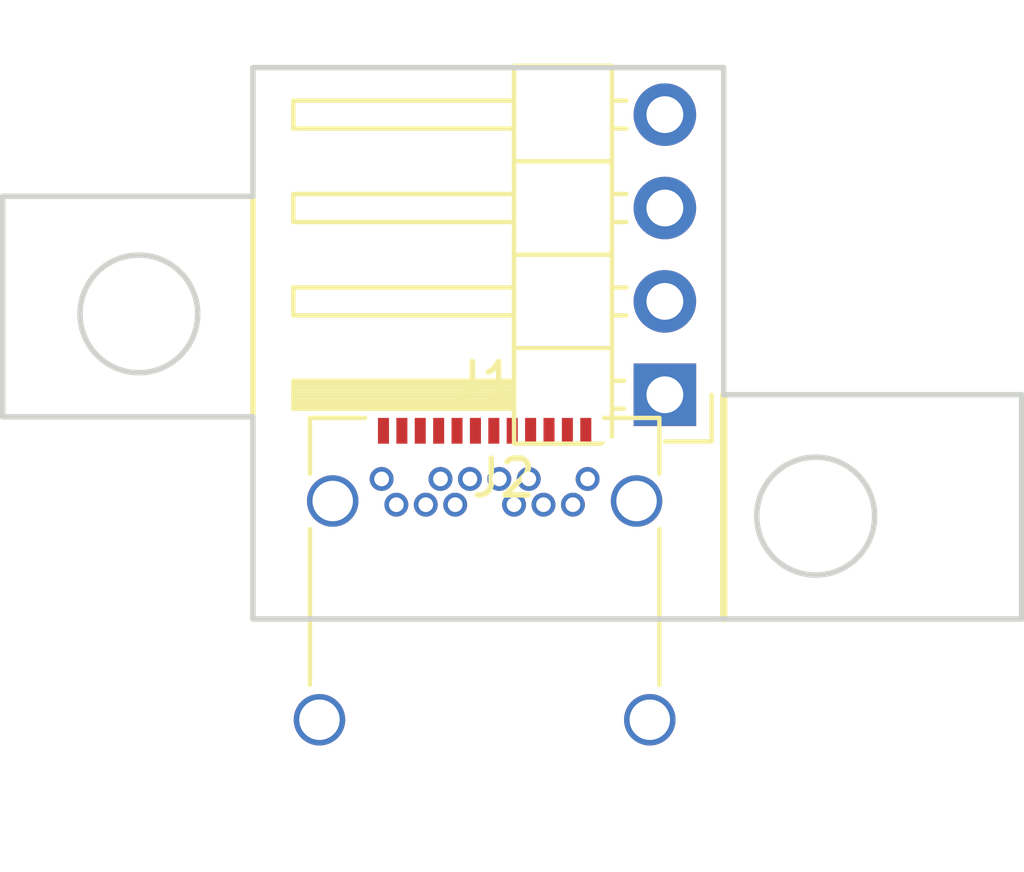
<source format=kicad_pcb>
(kicad_pcb (version 20171130) (host pcbnew "(5.0.1)-3")

  (general
    (thickness 1.6)
    (drawings 15)
    (tracks 0)
    (zones 0)
    (modules 2)
    (nets 9)
  )

  (page A4)
  (layers
    (0 F.Cu signal)
    (31 B.Cu signal)
    (32 B.Adhes user)
    (33 F.Adhes user)
    (34 B.Paste user)
    (35 F.Paste user)
    (36 B.SilkS user)
    (37 F.SilkS user)
    (38 B.Mask user)
    (39 F.Mask user)
    (40 Dwgs.User user)
    (41 Cmts.User user)
    (42 Eco1.User user)
    (43 Eco2.User user)
    (44 Edge.Cuts user)
    (45 Margin user)
    (46 B.CrtYd user)
    (47 F.CrtYd user)
    (48 B.Fab user)
    (49 F.Fab user)
  )

  (setup
    (last_trace_width 0.25)
    (trace_clearance 0.2)
    (zone_clearance 0.508)
    (zone_45_only no)
    (trace_min 0.2)
    (segment_width 0.2)
    (edge_width 0.15)
    (via_size 0.8)
    (via_drill 0.4)
    (via_min_size 0.4)
    (via_min_drill 0.3)
    (uvia_size 0.3)
    (uvia_drill 0.1)
    (uvias_allowed no)
    (uvia_min_size 0.2)
    (uvia_min_drill 0.1)
    (pcb_text_width 0.3)
    (pcb_text_size 1.5 1.5)
    (mod_edge_width 0.15)
    (mod_text_size 1 1)
    (mod_text_width 0.15)
    (pad_size 1.524 1.524)
    (pad_drill 0.762)
    (pad_to_mask_clearance 0.051)
    (solder_mask_min_width 0.25)
    (aux_axis_origin 0 0)
    (visible_elements FFFFFF7F)
    (pcbplotparams
      (layerselection 0x010fc_ffffffff)
      (usegerberextensions false)
      (usegerberattributes false)
      (usegerberadvancedattributes false)
      (creategerberjobfile false)
      (excludeedgelayer true)
      (linewidth 0.100000)
      (plotframeref false)
      (viasonmask false)
      (mode 1)
      (useauxorigin false)
      (hpglpennumber 1)
      (hpglpenspeed 20)
      (hpglpendiameter 15.000000)
      (psnegative false)
      (psa4output false)
      (plotreference true)
      (plotvalue true)
      (plotinvisibletext false)
      (padsonsilk false)
      (subtractmaskfromsilk false)
      (outputformat 1)
      (mirror false)
      (drillshape 1)
      (scaleselection 1)
      (outputdirectory ""))
  )

  (net 0 "")
  (net 1 "Net-(J1-PadB8)")
  (net 2 "Net-(J1-PadB5)")
  (net 3 "Net-(J1-PadA1)")
  (net 4 "Net-(J1-PadA4)")
  (net 5 "Net-(J1-PadA7)")
  (net 6 "Net-(J1-PadA6)")
  (net 7 "Net-(J1-PadA8)")
  (net 8 "Net-(J1-PadA5)")

  (net_class Default "This is the default net class."
    (clearance 0.2)
    (trace_width 0.25)
    (via_dia 0.8)
    (via_drill 0.4)
    (uvia_dia 0.3)
    (uvia_drill 0.1)
    (add_net "Net-(J1-PadA1)")
    (add_net "Net-(J1-PadA4)")
    (add_net "Net-(J1-PadA5)")
    (add_net "Net-(J1-PadA6)")
    (add_net "Net-(J1-PadA7)")
    (add_net "Net-(J1-PadA8)")
    (add_net "Net-(J1-PadB5)")
    (add_net "Net-(J1-PadB8)")
  )

  (module Connectors_USB:USB_C_Receptacle_Amphenol_12401548E4-2A_CircularHoles (layer F.Cu) (tedit 59877CC7) (tstamp 5DC71DAE)
    (at 120.9 77.6)
    (descr "USB TYPE C, RA RCPT PCB, Hybrid, https://www.amphenolcanada.com/StockAvailabilityPrice.aspx?From=&PartNum=12401548E4%7e2A")
    (tags "USB C Type-C Receptacle Hybrid")
    (path /5DC75960)
    (attr smd)
    (fp_text reference J1 (at 0 -6.36) (layer F.SilkS)
      (effects (font (size 1 1) (thickness 0.15)))
    )
    (fp_text value USB_C_Receptacle_USB2.0 (at 0 6.14) (layer F.Fab)
      (effects (font (size 1 1) (thickness 0.15)))
    )
    (fp_line (start -4.75 -5.37) (end -4.75 -3.85) (layer F.SilkS) (width 0.12))
    (fp_line (start 4.75 -2.35) (end 4.75 1.89) (layer F.SilkS) (width 0.12))
    (fp_line (start -4.6 5.23) (end -4.6 -5.22) (layer F.Fab) (width 0.1))
    (fp_line (start -4.6 -5.22) (end 4.6 -5.22) (layer F.Fab) (width 0.1))
    (fp_line (start -4.75 -5.37) (end -3.25 -5.37) (layer F.SilkS) (width 0.12))
    (fp_line (start -4.75 -2.35) (end -4.75 1.89) (layer F.SilkS) (width 0.12))
    (fp_line (start 4.75 -5.37) (end 4.75 -3.85) (layer F.SilkS) (width 0.12))
    (fp_line (start 3.25 -5.37) (end 4.75 -5.37) (layer F.SilkS) (width 0.12))
    (fp_line (start -4.6 5.23) (end 4.6 5.23) (layer F.Fab) (width 0.1))
    (fp_line (start 4.6 5.23) (end 4.6 -5.22) (layer F.Fab) (width 0.1))
    (fp_line (start -5.69 -5.87) (end 5.69 -5.87) (layer F.CrtYd) (width 0.05))
    (fp_line (start 5.69 -5.87) (end 5.69 5.73) (layer F.CrtYd) (width 0.05))
    (fp_line (start 5.69 5.73) (end -5.69 5.73) (layer F.CrtYd) (width 0.05))
    (fp_line (start -5.69 5.73) (end -5.69 -5.87) (layer F.CrtYd) (width 0.05))
    (fp_text user %R (at 0 0) (layer F.Fab)
      (effects (font (size 1 1) (thickness 0.1)))
    )
    (pad B11 thru_hole circle (at -2.4 -3.01) (size 0.65 0.65) (drill 0.4) (layers *.Cu *.Mask))
    (pad B10 thru_hole circle (at -1.6 -3.01) (size 0.65 0.65) (drill 0.4) (layers *.Cu *.Mask))
    (pad B8 thru_hole circle (at -0.8 -3.01) (size 0.65 0.65) (drill 0.4) (layers *.Cu *.Mask)
      (net 1 "Net-(J1-PadB8)"))
    (pad B5 thru_hole circle (at 0.8 -3.01) (size 0.65 0.65) (drill 0.4) (layers *.Cu *.Mask)
      (net 2 "Net-(J1-PadB5)"))
    (pad B3 thru_hole circle (at 1.6 -3.01) (size 0.65 0.65) (drill 0.4) (layers *.Cu *.Mask))
    (pad B2 thru_hole circle (at 2.4 -3.01) (size 0.65 0.65) (drill 0.4) (layers *.Cu *.Mask))
    (pad B12 thru_hole circle (at -2.8 -3.71) (size 0.65 0.65) (drill 0.4) (layers *.Cu *.Mask)
      (net 3 "Net-(J1-PadA1)"))
    (pad B9 thru_hole circle (at -1.2 -3.71) (size 0.65 0.65) (drill 0.4) (layers *.Cu *.Mask)
      (net 4 "Net-(J1-PadA4)"))
    (pad B7 thru_hole circle (at -0.4 -3.71) (size 0.65 0.65) (drill 0.4) (layers *.Cu *.Mask)
      (net 5 "Net-(J1-PadA7)"))
    (pad B6 thru_hole circle (at 0.4 -3.71) (size 0.65 0.65) (drill 0.4) (layers *.Cu *.Mask)
      (net 6 "Net-(J1-PadA6)"))
    (pad B4 thru_hole circle (at 1.2 -3.71) (size 0.65 0.65) (drill 0.4) (layers *.Cu *.Mask)
      (net 4 "Net-(J1-PadA4)"))
    (pad B1 thru_hole circle (at 2.8 -3.71) (size 0.65 0.65) (drill 0.4) (layers *.Cu *.Mask)
      (net 3 "Net-(J1-PadA1)"))
    (pad "" np_thru_hole circle (at -3.6 -4.36) (size 0.65 0.65) (drill 0.65) (layers *.Cu *.Mask))
    (pad "" np_thru_hole circle (at 3.6 -4.36) (size 0.95 0.95) (drill 0.95) (layers *.Cu *.Mask))
    (pad S1 thru_hole circle (at -4.49 2.84) (size 1.4 1.4) (drill 1.1) (layers *.Cu *.Mask)
      (net 3 "Net-(J1-PadA1)"))
    (pad S1 thru_hole circle (at 4.49 2.84) (size 1.4 1.4) (drill 1.1) (layers *.Cu *.Mask)
      (net 3 "Net-(J1-PadA1)"))
    (pad S1 thru_hole circle (at 4.13 -3.11) (size 1.4 1.4) (drill 1.1) (layers *.Cu *.Mask)
      (net 3 "Net-(J1-PadA1)"))
    (pad A11 smd rect (at 2.25 -5.02) (size 0.3 0.7) (layers F.Cu F.Paste F.Mask))
    (pad A8 smd rect (at 0.75 -5.02) (size 0.3 0.7) (layers F.Cu F.Paste F.Mask)
      (net 7 "Net-(J1-PadA8)"))
    (pad A9 smd rect (at 1.25 -5.02) (size 0.3 0.7) (layers F.Cu F.Paste F.Mask)
      (net 4 "Net-(J1-PadA4)"))
    (pad A10 smd rect (at 1.75 -5.02) (size 0.3 0.7) (layers F.Cu F.Paste F.Mask))
    (pad A12 smd rect (at 2.75 -5.02) (size 0.3 0.7) (layers F.Cu F.Paste F.Mask)
      (net 3 "Net-(J1-PadA1)"))
    (pad A7 smd rect (at 0.25 -5.02) (size 0.3 0.7) (layers F.Cu F.Paste F.Mask)
      (net 5 "Net-(J1-PadA7)"))
    (pad A6 smd rect (at -0.25 -5.02) (size 0.3 0.7) (layers F.Cu F.Paste F.Mask)
      (net 6 "Net-(J1-PadA6)"))
    (pad A5 smd rect (at -0.75 -5.02) (size 0.3 0.7) (layers F.Cu F.Paste F.Mask)
      (net 8 "Net-(J1-PadA5)"))
    (pad A4 smd rect (at -1.25 -5.02) (size 0.3 0.7) (layers F.Cu F.Paste F.Mask)
      (net 4 "Net-(J1-PadA4)"))
    (pad A3 smd rect (at -1.75 -5.02) (size 0.3 0.7) (layers F.Cu F.Paste F.Mask))
    (pad A2 smd rect (at -2.25 -5.02) (size 0.3 0.7) (layers F.Cu F.Paste F.Mask))
    (pad A1 smd rect (at -2.75 -5.02) (size 0.3 0.7) (layers F.Cu F.Paste F.Mask)
      (net 3 "Net-(J1-PadA1)"))
    (pad S1 thru_hole circle (at -4.13 -3.11) (size 1.4 1.4) (drill 1.1) (layers *.Cu *.Mask)
      (net 3 "Net-(J1-PadA1)"))
    (model ${KISYS3DMOD}/Connectors_USB.3dshapes/USB_C_Receptacle_Amphenol_12401548E4-2A.wrl
      (at (xyz 0 0 0))
      (scale (xyz 1 1 1))
      (rotate (xyz 0 0 0))
    )
  )

  (module Pin_Headers:Pin_Header_Angled_1x04_Pitch2.54mm (layer F.Cu) (tedit 59650532) (tstamp 5DC717F2)
    (at 125.8 71.6 180)
    (descr "Through hole angled pin header, 1x04, 2.54mm pitch, 6mm pin length, single row")
    (tags "Through hole angled pin header THT 1x04 2.54mm single row")
    (path /5DC75AE4)
    (fp_text reference J2 (at 4.385 -2.27 180) (layer F.SilkS)
      (effects (font (size 1 1) (thickness 0.15)))
    )
    (fp_text value "Breakout pins" (at 4.385 9.89 180) (layer F.Fab)
      (effects (font (size 1 1) (thickness 0.15)))
    )
    (fp_line (start 2.135 -1.27) (end 4.04 -1.27) (layer F.Fab) (width 0.1))
    (fp_line (start 4.04 -1.27) (end 4.04 8.89) (layer F.Fab) (width 0.1))
    (fp_line (start 4.04 8.89) (end 1.5 8.89) (layer F.Fab) (width 0.1))
    (fp_line (start 1.5 8.89) (end 1.5 -0.635) (layer F.Fab) (width 0.1))
    (fp_line (start 1.5 -0.635) (end 2.135 -1.27) (layer F.Fab) (width 0.1))
    (fp_line (start -0.32 -0.32) (end 1.5 -0.32) (layer F.Fab) (width 0.1))
    (fp_line (start -0.32 -0.32) (end -0.32 0.32) (layer F.Fab) (width 0.1))
    (fp_line (start -0.32 0.32) (end 1.5 0.32) (layer F.Fab) (width 0.1))
    (fp_line (start 4.04 -0.32) (end 10.04 -0.32) (layer F.Fab) (width 0.1))
    (fp_line (start 10.04 -0.32) (end 10.04 0.32) (layer F.Fab) (width 0.1))
    (fp_line (start 4.04 0.32) (end 10.04 0.32) (layer F.Fab) (width 0.1))
    (fp_line (start -0.32 2.22) (end 1.5 2.22) (layer F.Fab) (width 0.1))
    (fp_line (start -0.32 2.22) (end -0.32 2.86) (layer F.Fab) (width 0.1))
    (fp_line (start -0.32 2.86) (end 1.5 2.86) (layer F.Fab) (width 0.1))
    (fp_line (start 4.04 2.22) (end 10.04 2.22) (layer F.Fab) (width 0.1))
    (fp_line (start 10.04 2.22) (end 10.04 2.86) (layer F.Fab) (width 0.1))
    (fp_line (start 4.04 2.86) (end 10.04 2.86) (layer F.Fab) (width 0.1))
    (fp_line (start -0.32 4.76) (end 1.5 4.76) (layer F.Fab) (width 0.1))
    (fp_line (start -0.32 4.76) (end -0.32 5.4) (layer F.Fab) (width 0.1))
    (fp_line (start -0.32 5.4) (end 1.5 5.4) (layer F.Fab) (width 0.1))
    (fp_line (start 4.04 4.76) (end 10.04 4.76) (layer F.Fab) (width 0.1))
    (fp_line (start 10.04 4.76) (end 10.04 5.4) (layer F.Fab) (width 0.1))
    (fp_line (start 4.04 5.4) (end 10.04 5.4) (layer F.Fab) (width 0.1))
    (fp_line (start -0.32 7.3) (end 1.5 7.3) (layer F.Fab) (width 0.1))
    (fp_line (start -0.32 7.3) (end -0.32 7.94) (layer F.Fab) (width 0.1))
    (fp_line (start -0.32 7.94) (end 1.5 7.94) (layer F.Fab) (width 0.1))
    (fp_line (start 4.04 7.3) (end 10.04 7.3) (layer F.Fab) (width 0.1))
    (fp_line (start 10.04 7.3) (end 10.04 7.94) (layer F.Fab) (width 0.1))
    (fp_line (start 4.04 7.94) (end 10.04 7.94) (layer F.Fab) (width 0.1))
    (fp_line (start 1.44 -1.33) (end 1.44 8.95) (layer F.SilkS) (width 0.12))
    (fp_line (start 1.44 8.95) (end 4.1 8.95) (layer F.SilkS) (width 0.12))
    (fp_line (start 4.1 8.95) (end 4.1 -1.33) (layer F.SilkS) (width 0.12))
    (fp_line (start 4.1 -1.33) (end 1.44 -1.33) (layer F.SilkS) (width 0.12))
    (fp_line (start 4.1 -0.38) (end 10.1 -0.38) (layer F.SilkS) (width 0.12))
    (fp_line (start 10.1 -0.38) (end 10.1 0.38) (layer F.SilkS) (width 0.12))
    (fp_line (start 10.1 0.38) (end 4.1 0.38) (layer F.SilkS) (width 0.12))
    (fp_line (start 4.1 -0.32) (end 10.1 -0.32) (layer F.SilkS) (width 0.12))
    (fp_line (start 4.1 -0.2) (end 10.1 -0.2) (layer F.SilkS) (width 0.12))
    (fp_line (start 4.1 -0.08) (end 10.1 -0.08) (layer F.SilkS) (width 0.12))
    (fp_line (start 4.1 0.04) (end 10.1 0.04) (layer F.SilkS) (width 0.12))
    (fp_line (start 4.1 0.16) (end 10.1 0.16) (layer F.SilkS) (width 0.12))
    (fp_line (start 4.1 0.28) (end 10.1 0.28) (layer F.SilkS) (width 0.12))
    (fp_line (start 1.11 -0.38) (end 1.44 -0.38) (layer F.SilkS) (width 0.12))
    (fp_line (start 1.11 0.38) (end 1.44 0.38) (layer F.SilkS) (width 0.12))
    (fp_line (start 1.44 1.27) (end 4.1 1.27) (layer F.SilkS) (width 0.12))
    (fp_line (start 4.1 2.16) (end 10.1 2.16) (layer F.SilkS) (width 0.12))
    (fp_line (start 10.1 2.16) (end 10.1 2.92) (layer F.SilkS) (width 0.12))
    (fp_line (start 10.1 2.92) (end 4.1 2.92) (layer F.SilkS) (width 0.12))
    (fp_line (start 1.042929 2.16) (end 1.44 2.16) (layer F.SilkS) (width 0.12))
    (fp_line (start 1.042929 2.92) (end 1.44 2.92) (layer F.SilkS) (width 0.12))
    (fp_line (start 1.44 3.81) (end 4.1 3.81) (layer F.SilkS) (width 0.12))
    (fp_line (start 4.1 4.7) (end 10.1 4.7) (layer F.SilkS) (width 0.12))
    (fp_line (start 10.1 4.7) (end 10.1 5.46) (layer F.SilkS) (width 0.12))
    (fp_line (start 10.1 5.46) (end 4.1 5.46) (layer F.SilkS) (width 0.12))
    (fp_line (start 1.042929 4.7) (end 1.44 4.7) (layer F.SilkS) (width 0.12))
    (fp_line (start 1.042929 5.46) (end 1.44 5.46) (layer F.SilkS) (width 0.12))
    (fp_line (start 1.44 6.35) (end 4.1 6.35) (layer F.SilkS) (width 0.12))
    (fp_line (start 4.1 7.24) (end 10.1 7.24) (layer F.SilkS) (width 0.12))
    (fp_line (start 10.1 7.24) (end 10.1 8) (layer F.SilkS) (width 0.12))
    (fp_line (start 10.1 8) (end 4.1 8) (layer F.SilkS) (width 0.12))
    (fp_line (start 1.042929 7.24) (end 1.44 7.24) (layer F.SilkS) (width 0.12))
    (fp_line (start 1.042929 8) (end 1.44 8) (layer F.SilkS) (width 0.12))
    (fp_line (start -1.27 0) (end -1.27 -1.27) (layer F.SilkS) (width 0.12))
    (fp_line (start -1.27 -1.27) (end 0 -1.27) (layer F.SilkS) (width 0.12))
    (fp_line (start -1.8 -1.8) (end -1.8 9.4) (layer F.CrtYd) (width 0.05))
    (fp_line (start -1.8 9.4) (end 10.55 9.4) (layer F.CrtYd) (width 0.05))
    (fp_line (start 10.55 9.4) (end 10.55 -1.8) (layer F.CrtYd) (width 0.05))
    (fp_line (start 10.55 -1.8) (end -1.8 -1.8) (layer F.CrtYd) (width 0.05))
    (fp_text user %R (at 2.77 3.81 270) (layer F.Fab)
      (effects (font (size 1 1) (thickness 0.15)))
    )
    (pad 1 thru_hole rect (at 0 0 180) (size 1.7 1.7) (drill 1) (layers *.Cu *.Mask)
      (net 4 "Net-(J1-PadA4)"))
    (pad 2 thru_hole oval (at 0 2.54 180) (size 1.7 1.7) (drill 1) (layers *.Cu *.Mask)
      (net 5 "Net-(J1-PadA7)"))
    (pad 3 thru_hole oval (at 0 5.08 180) (size 1.7 1.7) (drill 1) (layers *.Cu *.Mask)
      (net 6 "Net-(J1-PadA6)"))
    (pad 4 thru_hole oval (at 0 7.62 180) (size 1.7 1.7) (drill 1) (layers *.Cu *.Mask)
      (net 3 "Net-(J1-PadA1)"))
    (model ${KISYS3DMOD}/Pin_Headers.3dshapes/Pin_Header_Angled_1x04_Pitch2.54mm.wrl
      (at (xyz 0 0 0))
      (scale (xyz 1 1 1))
      (rotate (xyz 0 0 0))
    )
  )

  (gr_circle (center 111.5 69.4) (end 109.9 69.4) (layer Edge.Cuts) (width 0.15))
  (gr_circle (center 129.9 74.9) (end 131.5 75) (layer Edge.Cuts) (width 0.15))
  (gr_line (start 127.4 71.6) (end 127.4 77.7) (layer F.SilkS) (width 0.2))
  (gr_line (start 114.6 66.2) (end 114.6 72.2) (layer F.SilkS) (width 0.15))
  (gr_line (start 127.4 71.6) (end 127.4 62.7) (layer Edge.Cuts) (width 0.15))
  (gr_line (start 135.5 71.6) (end 127.4 71.6) (layer Edge.Cuts) (width 0.15))
  (gr_line (start 135.5 77.7) (end 135.5 71.6) (layer Edge.Cuts) (width 0.15))
  (gr_line (start 127.4 77.7) (end 135.5 77.7) (layer Edge.Cuts) (width 0.15))
  (gr_line (start 114.6 62.7) (end 127.4 62.7) (layer Edge.Cuts) (width 0.15))
  (gr_line (start 114.6 66.2) (end 114.6 62.7) (layer Edge.Cuts) (width 0.15))
  (gr_line (start 107.8 66.2) (end 114.6 66.2) (layer Edge.Cuts) (width 0.15))
  (gr_line (start 107.8 72.2) (end 107.8 66.2) (layer Edge.Cuts) (width 0.15))
  (gr_line (start 114.6 72.2) (end 107.8 72.2) (layer Edge.Cuts) (width 0.15))
  (gr_line (start 114.6 77.7) (end 114.6 72.2) (layer Edge.Cuts) (width 0.15))
  (gr_line (start 114.6 77.7) (end 127.4 77.7) (layer Edge.Cuts) (width 0.15))

)

</source>
